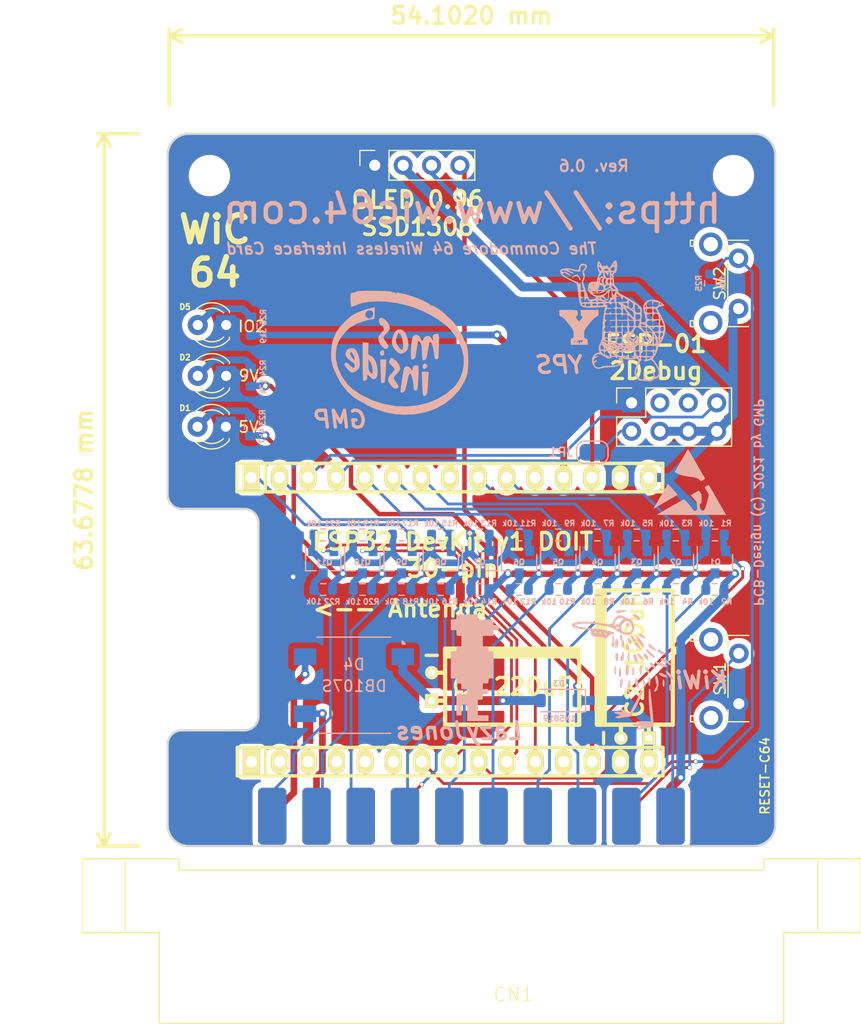
<source format=kicad_pcb>
(kicad_pcb (version 20240108) (generator "pcbnew") (generator_version "8.0")
  (title_block (title "WiC64 Plugin") (date "2021-03-26") (rev "v0.6") (comment 1 "(C) 2021 by GMP"))
  (layers (0 "F.Cu" signal) (31 "B.Cu" signal) (36 "B.SilkS" user "B.Silkscreen") (37 "F.SilkS" user "F.Silkscreen") (38 "B.Mask" user) (39 "F.Mask" user) (44 "Edge.Cuts" user))
  (net 0 "")
  (net 1 "GND")
  (net 2 "+5V")
  (net 3 "Net-(D3-A)")
  (net 4 "/IO16")
  (net 5 "/IO17")
  (net 6 "/IO18")
  (net 7 "/IO19")
  (net 8 "/VIN")
  (net 9 "/IO21")
  (net 10 "/IO22")
  (net 11 "/IO23")
  (net 12 "/IO25")
  (net 13 "/IO27")
  (net 14 "/IO26")
  (net 15 "/IO14")
  (net 16 "Net-(CN1-RESET)")
  (net 17 "/PC2")
  (net 20 "/FLAG2")
  (net 21 "/PB0")
  (net 22 "/PB1")
  (net 23 "/PB2")
  (net 24 "/PB3")
  (net 25 "/PB4")
  (net 26 "/PB5")
  (net 27 "/PB6")
  (net 28 "/PB7")
  (net 29 "/PA2")
  (net 32 "/SDA")
  (net 33 "/SCL")
  (net 34 "/TX")
  (net 35 "/RX")
  (net 37 "/IO2")
  (net 38 "Net-(CN1-9VAC1)")
  (net 39 "/SW2C")
  (net 40 "/JP1C")
  (net 41 "Net-(CN1-9VAC2)")
  (net 42 "Net-(D1-A)")
  (net 43 "Net-(D2-A)")
  (net 44 "Net-(D5-A)")
  (net 45 "+3.3V")
  (footprint "cbm-connectors:UPS24CONN" (layer "F.Cu") (at 149.352 138.4808 180)
    (property "Reference" "CN1")
    (property "Value" "USERPORT-C64" (hide yes))
  )
  (footprint "LED_THT:LED_D3.0mm" (layer "F.Cu") (at 127.4064 97.8408 180)
    (property "Reference" "D2")
    (property "Value" "9V")
  )
  (footprint "LED_THT:LED_D3.0mm" (layer "F.Cu") (at 127.381 102.3874 180)
    (property "Reference" "D1")
    (property "Value" "5V")
  )
  (footprint "w_capacitors:CP_6.3x11mm_horiz-R" (layer "F.Cu") (at 163.977 130.2258 90)
    (property "Reference" "C2")
    (property "Value" "100uF")
  )
  (footprint "Button_Switch_THT:SW_Tactile_SPST_Angled_PTS645Vx58-2LFS" (layer "F.Cu") (at 173.2788 122.6566 -90)
    (property "Reference" "SW1")
    (property "Value" "RESET-C64")
  )
  (footprint "w_capacitors:CP_6.3x11mm_horiz-R" (layer "F.Cu") (at 145.796 125.6284)
    (property "Reference" "C1")
    (property "Value" "220uF")
  )
  (footprint "Button_Switch_THT:SW_Tactile_SPST_Angled_PTS645Vx58-2LFS" (layer "F.Cu") (at 173.2534 87.3252 -90)
    (property "Reference" "SW2")
    (property "Value" "Function")
  )
  (footprint "MountingHole:MountingHole_3.2mm_M3_ISO7380" (layer "F.Cu") (at 172.7962 79.9338)
    (property "Reference" "H2")
    (property "Value" "MountingHole")
  )
  (footprint "MountingHole:MountingHole_3.2mm_M3_ISO7380" (layer "F.Cu") (at 125.9078 79.9338)
    (property "Reference" "H1")
    (property "Value" "MountingHole")
  )
  (footprint "w_pin_strip:pin_socket_15" (layer "F.Cu") (at 147.447 132.334)
    (property "Reference" "XU1-1")
    (property "Value" "Conn_01x15_Female" (hide yes))
  )
  (footprint "w_pin_strip:pin_socket_15" (layer "F.Cu") (at 147.4216 106.934)
    (property "Reference" "XU1-2")
    (property "Value" "Conn_01x15_Female" (hide yes))
  )
  (footprint "LED_THT:LED_D3.0mm" (layer "F.Cu") (at 127.4064 93.2942 180)
    (property "Reference" "D5")
    (property "Value" "IO2")
  )
  (footprint "Connector_PinSocket_2.54mm:PinSocket_1x04_P2.54mm_Vertical" (layer "F.Cu") (at 140.7028 79.0112 90)
    (property "Reference" "XBrd1")
    (property "Value" "Conn_01x04_Female")
  )
  (footprint "Connector_PinSocket_2.54mm:PinSocket_2x04_P2.54mm_Vertical" (layer "F.Cu") (at 163.6776 100.2538 90)
    (property "Reference" "XU2")
    (property "Value" "HEADER_4x2")
  )
  (footprint "Diode_SMD:D_SOD-123" (layer "B.Cu") (at 157.2006 126.873 180)
    (property "Reference" "D3")
    (property "Value" "1N5819")
  )
  (footprint "Diode_SMD:Diode_Bridge_Diotec_SO-DIL-Slim" (layer "B.Cu") (at 138.8364 125.5014 180)
    (property "Reference" "D4")
    (property "Value" "DB107S")
  )
  (footprint "Resistor_SMD:R_0603_1608Metric" (layer "B.Cu") (at 129.5654 102.3874 90)
    (property "Reference" "R23")
    (property "Value" "4k7")
  )
  (footprint "Resistor_SMD:R_0603_1608Metric" (layer "B.Cu") (at 129.6162 97.9424 90)
    (property "Reference" "R24")
    (property "Value" "12k")
  )
  (footprint "Resistor_SMD:R_0603_1608Metric" (layer "B.Cu") (at 164.1348 116.9416 180)
    (property "Reference" "R6")
    (property "Value" "10k")
  )
  (footprint "Package_TO_SOT_SMD:SOT-23" (layer "B.Cu") (at 167.64 114.5032 -90)
    (property "Reference" "Q2")
    (property "Value" "BSS138")
  )
  (footprint "Resistor_SMD:R_0603_1608Metric" (layer "B.Cu") (at 143.1036 112.0648)
    (property "Reference" "R17")
    (property "Value" "10k")
  )
  (footprint "Package_TO_SOT_SMD:SOT-23" (layer "B.Cu") (at 136.0932 114.5032 -90)
    (property "Reference" "Q11")
    (property "Value" "BSS138")
  )
  (footprint "Package_TO_SOT_SMD:SOT-23" (layer "B.Cu") (at 171.1452 114.5032 -90)
    (property "Reference" "Q1")
    (property "Value" "BSS138")
  )
  (footprint "Resistor_SMD:R_0603_1608Metric" (layer "B.Cu") (at 153.6192 116.9416 180)
    (property "Reference" "R12")
    (property "Value" "10k")
  )
  (footprint "Resistor_SMD:R_0603_1608Metric" (layer "B.Cu") (at 143.1036 116.9416 180)
    (property "Reference" "R18")
    (property "Value" "10k")
  )
  (footprint "Package_TO_SOT_SMD:SOT-23" (layer "B.Cu") (at 164.1348 114.5032 -90)
    (property "Reference" "Q3")
    (property "Value" "BSS138")
  )
  (footprint "Package_TO_SOT_SMD:SOT-23" (layer "B.Cu") (at 150.114 114.5032 -90)
    (property "Reference" "Q7")
    (property "Value" "BSS138")
  )
  (footprint "Resistor_SMD:R_0603_1608Metric" (layer "B.Cu") (at 157.1244 116.9416 180)
    (property "Reference" "R10")
    (property "Value" "10k")
  )
  (footprint "Package_TO_SOT_SMD:SOT-23" (layer "B.Cu") (at 143.1036 114.5032 -90)
    (property "Reference" "Q9")
    (property "Value" "BSS138")
  )
  (footprint "Package_TO_SOT_SMD:SOT-23" (layer "B.Cu") (at 160.6296 114.5032 -90)
    (property "Reference" "Q4")
    (property "Value" "BSS138")
  )
  (footprint "Resistor_SMD:R_0603_1608Metric" (layer "B.Cu") (at 160.6296 112.0648)
    (property "Reference" "R7")
    (property "Value" "10k")
  )
  (footprint "Package_TO_SOT_SMD:SOT-23" (layer "B.Cu") (at 157.1244 114.5032 -90)
    (property "Reference" "Q5")
    (property "Value" "BSS138")
  )
  (footprint "Resistor_SMD:R_0603_1608Metric" (layer "B.Cu") (at 139.5984 116.9416 180)
    (property "Reference" "R20")
    (property "Value" "10k")
  )
  (footprint "Package_TO_SOT_SMD:SOT-23" (layer "B.Cu") (at 153.6192 114.5032 -90)
    (property "Reference" "Q6")
    (property "Value" "BSS138")
  )
  (footprint "Resistor_SMD:R_0603_1608Metric" (layer "B.Cu") (at 167.64 116.9416 180)
    (property "Reference" "R4")
    (property "Value" "10k")
  )
  (footprint "Package_TO_SOT_SMD:SOT-23" (layer "B.Cu") (at 146.6088 114.5032 -90)
    (property "Reference" "Q8")
    (property "Value" "BSS138")
  )
  (footprint "Resistor_SMD:R_0603_1608Metric" (layer "B.Cu") (at 164.1348 112.0648)
    (property "Reference" "R5")
    (property "Value" "10k")
  )
  (footprint "Resistor_SMD:R_0603_1608Metric" (layer "B.Cu") (at 136.0932 116.9416 180)
    (property "Reference" "R22")
    (property "Value" "10k")
  )
  (footprint "Resistor_SMD:R_0603_1608Metric" (layer "B.Cu") (at 160.6296 116.9416 180)
    (property "Reference" "R8")
    (property "Value" "10k")
  )
  (footprint "Resistor_SMD:R_0603_1608Metric" (layer "B.Cu") (at 153.6192 112.0648)
    (property "Reference" "R11")
    (property "Value" "10k")
  )
  (footprint "Resistor_SMD:R_0603_1608Metric" (layer "B.Cu") (at 171.1452 116.9416 180)
    (property "Reference" "R2")
    (property "Value" "10k")
  )
  (footprint "Resistor_SMD:R_0603_1608Metric" (layer "B.Cu") (at 146.6088 116.9416 180)
    (property "Reference" "R16")
    (property "Value" "10k")
  )
  (footprint "Resistor_SMD:R_0603_1608Metric" (layer "B.Cu") (at 139.5984 112.0648)
    (property "Reference" "R19")
    (property "Value" "10k")
  )
  (footprint "Resistor_SMD:R_0603_1608Metric" (layer "B.Cu") (at 167.64 112.0648)
    (property "Reference" "R3")
    (property "Value" "10k")
  )
  (footprint "Resistor_SMD:R_0603_1608Metric" (layer "B.Cu") (at 150.114 112.0648)
    (property "Reference" "R13")
    (property "Value" "10k")
  )
  (footprint "Resistor_SMD:R_0603_1608Metric" (layer "B.Cu") (at 157.1244 112.0648)
    (property "Reference" "R9")
    (property "Value" "10k")
  )
  (footprint "Resistor_SMD:R_0603_1608Metric" (layer "B.Cu") (at 171.1452 112.0648)
    (property "Reference" "R1")
    (property "Value" "10k")
  )
  (footprint "Resistor_SMD:R_0603_1608Metric" (layer "B.Cu") (at 146.6088 112.0648)
    (property "Reference" "R15")
    (property "Value" "10k")
  )
  (footprint "Resistor_SMD:R_0603_1608Metric" (layer "B.Cu") (at 136.0932 112.0648)
    (property "Reference" "R21")
    (property "Value" "10k")
  )
  (footprint "Package_TO_SOT_SMD:SOT-23" (layer "B.Cu") (at 139.5984 114.5032 -90)
    (property "Reference" "Q10")
    (property "Value" "BSS138")
  )
  (footprint "Resistor_SMD:R_0603_1608Metric" (layer "B.Cu") (at 150.114 116.9416 180)
    (property "Reference" "R14")
    (property "Value" "10k")
  )
  (footprint "Resistor_SMD:R_0603_1608Metric" (layer "B.Cu") (at 170.7388 89.5604 -90)
    (property "Reference" "R25")
    (property "Value" "10k")
  )
  (footprint "Jumper:SolderJumper-2_P1.3mm_Open_RoundedPad1.0x1.5mm" (layer "B.Cu") (at 160.1724 104.6734)
    (property "Reference" "JP1")
    (property "Value" "Jumper_Open")
  )
  (footprint "Resistor_SMD:R_0603_1608Metric" (layer "B.Cu") (at 129.6416 93.3958 90)
    (property "Reference" "R26")
    (property "Value" "3k9")
  )
  (footprint "Logo:GMP" (layer "B.Cu") (at 142.9004 95.7834 180)
    (property "Reference" "V1" (hide yes))
    (property "Value" "GMP" (hide yes))
  )
  (footprint "Logo:YPS2" (layer "B.Cu") (at 161.9885 92.9005 180)
    (property "Reference" "V2" (hide yes))
    (property "Value" "YPS" (hide yes))
  )
  (footprint "Logo:LazyJones2" (layer "B.Cu") (at 149.6695 123.9393 180)
    (property "Reference" "V3" (hide yes))
    (property "Value" "LazyJones" (hide yes))
  )
  (footprint "Logo:KiWi" (layer "B.Cu") (at 162.9029 124.1298 180)
    (property "Reference" "V4" (hide yes))
    (property "Value" "KiWi" (hide yes))
  )
  (footprint "Symbol:ESD-Logo_6.6x6mm_SilkScreen" (layer "B.Cu") (at 168.8846 107.315 180)
    (property "Reference" "V5" (hide yes))
    (property "Value" "ESD_WARN" (hide yes))
  )
  (gr_arc (start 174.498 76.2) (mid 175.975029 76.754971) (end 176.53 78.232) (stroke (width 0.2)) (layer "Edge.Cuts"))
  (gr_arc (start 122.174 78.105) (mid 122.731962 76.757962) (end 124.079 76.2) (stroke (width 0.2)) (layer "Edge.Cuts"))
  (gr_arc (start 124.079 139.8778) (mid 122.774645 139.362778) (end 122.174 138.095571) (stroke (width 0.2)) (layer "Edge.Cuts"))
  (gr_line (start 123.444 129.54) (end 129.032 129.538636) (stroke (width 0.2)) (layer "Edge.Cuts"))
  (gr_arc (start 122.174 130.80855) (mid 122.546487 129.911462) (end 123.444 129.54) (stroke (width 0.2)) (layer "Edge.Cuts"))
  (gr_arc (start 130.302 128.27) (mid 129.929543 129.167144) (end 129.032 129.538636) (stroke (width 0.2)) (layer "Edge.Cuts"))
  (gr_arc (start 129.032 109.728) (mid 129.930026 110.099974) (end 130.302 110.998) (stroke (width 0.2)) (layer "Edge.Cuts"))
  (gr_arc (start 123.444 109.728) (mid 122.545974 109.356026) (end 122.174 108.458) (stroke (width 0.2)) (layer "Edge.Cuts"))
  (gr_line (start 124.079 139.8778) (end 174.625 139.8778) (stroke (width 0.2)) (layer "Edge.Cuts"))
  (gr_line (start 123.444 109.728) (end 129.032 109.728) (stroke (width 0.2)) (layer "Edge.Cuts"))
  (gr_line (start 122.174 78.105) (end 122.174 108.458) (stroke (width 0.2)) (layer "Edge.Cuts"))
  (gr_line (start 124.079 76.2) (end 174.498 76.2) (stroke (width 0.2)) (layer "Edge.Cuts"))
  (gr_line (start 176.53 78.232) (end 176.53 137.9728) (stroke (width 0.2)) (layer "Edge.Cuts"))
  (gr_line (start 130.302 110.998) (end 130.302 128.27) (stroke (width 0.2)) (layer "Edge.Cuts"))
  (gr_arc (start 176.53 137.9728) (mid 175.972038 139.319838) (end 174.625 139.8778) (stroke (width 0.2)) (layer "Edge.Cuts"))
  (gr_line (start 122.174 130.81) (end 122.174 138.095571) (stroke (width 0.2)) (layer "Edge.Cuts"))
  (gr_text "YPS" (at 157.3022 96.8502 0) (layer "B.SilkS") (effects (font (size 1.5 1.5) (thickness 0.3) (italic yes)) (justify mirror)))
  (gr_text "GMP" (at 137.668 101.7397 0) (layer "B.SilkS") (effects (font (size 1.5 1.5) (thickness 0.3) (italic yes)) (justify mirror)))
  (gr_text "Rev. 0.6" (at 160.2994 79.0702 0) (layer "B.SilkS") (effects (font (size 1 1) (thickness 0.2)) (justify mirror)))
  (gr_text "LazyJones" (at 148.2852 129.5908 0) (layer "B.SilkS") (effects (font (size 1.5 1.5) (thickness 0.3) (italic yes)) (justify mirror)))
  (gr_text "The Commodore 64 Wireless Interface Card" (at 144.0434 86.4616 0) (layer "B.SilkS") (effects (font (size 1 1) (thickness 0.2) (italic yes)) (justify mirror)))
  (gr_text "https://www.wic64.com\n" (at 149.4028 82.931 0) (layer "B.SilkS") (effects (font (size 2.5 2.5) (thickness 0.4)) (justify mirror)))
  (gr_text "PCB-Design (C) 2021 by GMP" (at 175.0314 109.1438 270) (layer "B.SilkS") (effects (font (size 0.8 0.8)) (justify mirror)))
  (gr_text "KiWi" (at 170.0022 125.0569 0) (layer "B.SilkS") (effects (font (size 1.5 1.5) (thickness 0.3) (italic yes)) (justify mirror)))
  (gr_text "WiC\n64" (at 126.3904 86.6902 0) (layer "F.SilkS") (effects (font (size 2.4 2.4) (thickness 0.5))))
  (gr_text "ESP32 DevKit v1 DOIT\n30-pin" (at 147.6756 113.8682 0) (layer "F.SilkS") (effects (font (size 1.5 1.5) (thickness 0.3))))
  (gr_text "ESP-01\n2Debug" (at 165.862 96.1898 0) (layer "F.SilkS") (effects (font (size 1.5 1.5) (thickness 0.3))))
  (gr_text "OLED 0.96\nSSD1306" (at 144.5514 83.312 0) (layer "F.SilkS") (effects (font (size 1.5 1.5) (thickness 0.3))))
  (gr_text "<-- Antenna" (at 142.9766 118.6434 0) (layer "F.SilkS") (effects (font (size 1.5 1.5) (thickness 0.3))))
  (dimension (type aligned) (layer "F.SilkS") (pts (xy 176.403 73.66) (xy 122.301 73.66)) (height 6.223) (gr_text "54.1020 mm" (at 149.352 65.637 0) (layer "F.SilkS") (effects (font (size 1.5 1.5) (thickness 0.3)))) (format (prefix "") (suffix "") (units 2) (units_format 1) (precision 4)) (style (thickness 0.3) (arrow_length 1.27) (text_position_mode 0) (extension_height 0.58642) (extension_offset 0) keep_text_aligned))
  (dimension (type aligned) (layer "F.SilkS") (pts (xy 119.634 139.8778) (xy 119.634 76.2)) (height -3.1496) (gr_text "63.6778 mm" (at 114.6844 108.0389 90) (layer "F.SilkS") (effects (font (size 1.5 1.5) (thickness 0.3)))) (format (prefix "") (suffix "") (units 2) (units_format 1) (precision 4)) (style (thickness 0.3) (arrow_length 1.27) (text_position_mode 0) (extension_height 0.58642) (extension_offset 0) keep_text_aligned))
  (via (at 133.4008 115.8113) (size 0.8) (drill 0.4) (layers "F.Cu" "B.Cu") (net 1))
  (segment (start 169.3926 115.5192) (end 172.8978 115.5192) (width 0.6) (layer "F.Cu") (net 2))
  (segment (start 133.457001 105.745601) (end 131.286199 103.574799) (width 0.4) (layer "F.Cu") (net 2))
  (segment (start 137.8458 115.5192) (end 137.237198 115.5192) (width 0.4) (layer "F.Cu") (net 2))
  (segment (start 162.3822 115.5192) (end 165.8874 115.5192) (width 0.6) (layer "F.Cu") (net 2))
  (segment (start 131.286199 103.574799) (end 130.8862 103.1748) (width 0.4) (layer "F.Cu") (net 2))
  (segment (start 167.1708 137.033) (end 167.1708 134.6712) (width 0.8) (layer "F.Cu") (net 2))
  (segment (start 148.3614 115.5192) (end 148.3614 118.237) (width 0.8) (layer "F.Cu") (net 2))
  (segment (start 133.457001 111.739003) (end 133.457001 105.745601) (width 0.4) (layer "F.Cu") (net 2))
  (segment (start 137.8458 115.5192) (end 141.351 115.5192) (width 0.6) (layer "F.Cu") (net 2))
  (segment (start 165.8874 115.5192) (end 169.3926 115.5192) (width 0.6) (layer "F.Cu") (net 2))
  (segment (start 155.3718 115.5192) (end 152.619134 115.5192) (width 0.6) (layer "F.Cu") (net 2))
  (segment (start 148.3614 118.237) (end 148.996403 118.872003) (width 0.8) (layer "F.Cu") (net 2))
  (segment (start 137.237198 115.5192) (end 133.457001 111.739003) (width 0.4) (layer "F.Cu") (net 2))
  (segment (start 158.877 115.5192) (end 162.3822 115.5192) (width 0.6) (layer "F.Cu") (net 2))
  (segment (start 144.8562 115.5192) (end 148.3614 115.5192) (width 0.6) (layer "F.Cu") (net 2))
  (segment (start 155.3718 115.5192) (end 158.877 115.5192) (width 0.6) (layer "F.Cu") (net 2))
  (segment (start 141.351 115.5192) (end 144.8562 115.5192) (width 0.6) (layer "F.Cu") (net 2))
  (segment (start 167.1708 134.6712) (end 168.0856 133.7564) (width 0.8) (layer "F.Cu") (net 2))
  (via (at 158.877 115.5192) (size 0.8) (drill 0.4) (layers "F.Cu" "B.Cu") (net 2))
  (via (at 137.8458 115.5192) (size 0.8) (drill 0.4) (layers "F.Cu" "B.Cu") (net 2))
  (via (at 162.3822 115.5192) (size 0.8) (drill 0.4) (layers "F.Cu" "B.Cu") (net 2))
  (via (at 168.0856 133.7564) (size 0.8) (drill 0.4) (layers "F.Cu" "B.Cu") (net 2))
  (via (at 148.996403 118.872003) (size 0.8) (drill 0.4) (layers "F.Cu" "B.Cu") (net 2))
  (via (at 148.3614 115.5192) (size 0.8) (drill 0.4) (layers "F.Cu" "B.Cu") (net 2))
  (via (at 152.619134 115.5192) (size 0.8) (drill 0.4) (layers "F.Cu" "B.Cu") (net 2))
  (via (at 169.3926 115.5192) (size 0.8) (drill 0.4) (layers "F.Cu" "B.Cu") (net 2))
  (via (at 172.8978 115.5192) (size 0.8) (drill 0.4) (layers "F.Cu" "B.Cu") (net 2))
  (via (at 144.8562 115.5192) (size 0.8) (drill 0.4) (layers "F.Cu" "B.Cu") (net 2))
  (via (at 155.3718 115.5192) (size 0.8) (drill 0.4) (layers "F.Cu" "B.Cu") (net 2))
  (via (at 130.8862 103.1748) (size 0.8) (drill 0.4) (layers "F.Cu" "B.Cu") (net 2))
  (via (at 165.8874 115.5192) (size 0.8) (drill 0.4) (layers "F.Cu" "B.Cu") (net 2))
  (via (at 141.351 115.5192) (size 0.8) (drill 0.4) (layers "F.Cu" "B.Cu") (net 2))
  (segment (start 136.8807 116.9416) (end 136.8807 116.4843) (width 0.6) (layer "B.Cu") (net 2))
  (segment (start 150.9015 116.9416) (end 151.196734 116.9416) (width 0.6) (layer "B.Cu") (net 2))
  (segment (start 154.4067 116.9416) (end 154.4067 116.4843) (width 0.6) (layer "B.Cu") (net 2))
  (segment (start 168.0856 133.7564) (end 168.0856 121.4236) (width 0.8) (layer "B.Cu") (net 2))
  (segment (start 140.3859 116.9416) (end 140.3859 116.4843) (width 0.6) (layer "B.Cu") (net 2))
  (segment (start 148.996403 118.872003) (end 149.562088 118.872003) (width 0.8) (layer "B.Cu") (net 2))
  (segment (start 171.9327 116.4843) (end 172.8978 115.5192) (width 0.6) (layer "B.Cu") (net 2))
  (segment (start 136.8807 116.4843) (end 137.8458 115.5192) (width 0.6) (layer "B.Cu") (net 2))
  (segment (start 130.8862 103.1748) (end 129.5655 103.1748) (width 0.6) (layer "B.Cu") (net 2))
  (segment (start 171.9327 116.9416) (end 171.9327 116.4843) (width 0.6) (layer "B.Cu") (net 2))
  (segment (start 157.9119 116.4843) (end 158.877 115.5192) (width 0.6) (layer "B.Cu") (net 2))
  (segment (start 149.562088 118.872003) (end 150.9015 117.532591) (width 0.8) (layer "B.Cu") (net 2))
  (segment (start 168.4275 116.9416) (end 168.4275 116.4843) (width 0.6) (layer "B.Cu") (net 2))
  (segment (start 164.9223 116.9416) (end 164.9223 116.4843) (width 0.6) (layer "B.Cu") (net 2))
  (segment (start 168.0856 121.4236) (end 171.9327 117.5765) (width 0.8) (layer "B.Cu") (net 2))
  (segment (start 171.9327 117.5166) (end 171.9327 116.9416) (width 0.8) (layer "B.Cu") (net 2))
  (segment (start 129.5655 103.1748) (end 129.5654 103.1749) (width 0.6) (layer "B.Cu") (net 2))
  (segment (start 161.4171 116.9416) (end 161.4171 116.4843) (width 0.6) (layer "B.Cu") (net 2))
  (segment (start 164.9223 116.4843) (end 165.8874 115.5192) (width 0.6) (layer "B.Cu") (net 2))
  (segment (start 150.9015 117.532591) (end 150.9015 117.5166) (width 0.8) (layer "B.Cu") (net 2))
  (segment (start 154.4067 116.4843) (end 155.3718 115.5192) (width 0.6) (layer "B.Cu") (net 2))
  (segment (start 147.3963 116.4843) (end 148.3614 115.5192) (width 0.6) (layer "B.Cu") (net 2))
  (segment (start 168.4275 116.4843) (end 169.3926 115.5192) (width 0.6) (layer "B.Cu") (net 2))
  (segment (start 140.3859 116.4843) (end 141.351 115.5192) (width 0.6) (layer "B.Cu") (net 2))
  (segment (start 143.8911 116.9416) (end 143.8911 116.4843) (width 0.6) (layer "B.Cu") (net 2))
  (segment (start 171.9327 117.5765) (end 171.9327 117.5166) (width 0.8) (layer "B.Cu") (net 2))
  (segment (start 151.196734 116.9416) (end 152.619134 115.5192) (width 0.6) (layer "B.Cu") (net 2))
  (segment (start 157.9119 116.9416) (end 157.9119 116.4843) (width 0.6) (layer "B.Cu") (net 2))
  (segment (start 143.8911 116.4843) (end 144.8562 115.5192) (width 0.6) (layer "B.Cu") (net 2))
  (segment (start 161.4171 116.4843) (end 162.3822 115.5192) (width 0.6) (layer "B.Cu") (net 2))
  (segment (start 150.9015 117.5166) (end 150.9015 116.9416) (width 0.8) (layer "B.Cu") (net 2))
  (segment (start 147.3963 116.9416) (end 147.3963 116.4843) (width 0.6) (layer "B.Cu") (net 2))
  (segment (start 147.1898 126.8784) (end 152.1714 126.8784) (width 0.8) (layer "F.Cu") (net 3))
  (segment (start 145.7898 126.8784) (end 147.1898 126.8784) (width 0.8) (layer "F.Cu") (net 3))
  (via (at 152.1714 126.8784) (size 0.8) (drill 0.4) (layers "F.Cu" "B.Cu") (net 3))
  (segment (start 152.1768 126.873) (end 152.1714 126.8784) (width 0.8) (layer "B.Cu") (net 3))
  (segment (start 143.2064 124.295) (end 145.7898 126.8784) (width 0.8) (layer "B.Cu") (net 3))
  (segment (start 143.2064 122.9514) (end 143.2064 124.295) (width 0.8) (layer "B.Cu") (net 3))
  (segment (start 155.5506 126.873) (end 152.1768 126.873) (width 0.8) (layer "B.Cu") (net 3))
  (segment (start 154.591346 108.35883) (end 155.491854 108.35883) (width 0.25) (layer "B.Cu") (net 4))
  (segment (start 168.4275 112.0648) (end 168.4275 113.3407) (width 0.6) (layer "B.Cu") (net 4))
  (segment (start 159.668916 108.3564) (end 159.671346 108.35883) (width 0.25) (layer "B.Cu") (net 4))
  (segment (start 155.491854 108.35883) (end 155.494284 108.3564) (width 0.25) (layer "B.Cu") (net 4))
  (segment (start 164.7191 108.3564) (end 167.965888 111.603188) (width 0.25) (layer "B.Cu") (net 4))
  (segment (start 167.965888 111.603188) (end 168.4275 112.0648) (width 0.25) (layer "B.Cu") (net 4))
  (segment (start 158.031854 108.35883) (end 158.034284 108.3564) (width 0.25) (layer "B.Cu") (net 4))
  (segment (start 163.111854 108.35883) (end 163.114284 108.3564) (width 0.25) (layer "B.Cu") (net 4))
  (segment (start 153.9494 108.3564) (end 154.588916 108.3564) (width 0.25) (layer "B.Cu") (net 4))
  (segment (start 152.527 106.934) (end 153.9494 108.3564) (width 0.25) (layer "B.Cu") (net 4))
  (segment (start 157.131346 108.35883) (end 158.031854 108.35883) (width 0.25) (layer "B.Cu") (net 4))
  (segment (start 158.034284 108.3564) (end 159.668916 108.3564) (width 0.25) (layer "B.Cu") (net 4))
  (segment (start 160.574284 108.3564) (end 162.208916 108.3564) (width 0.25) (layer "B.Cu") (net 4))
  (segment (start 168.4275 113.3407) (end 168.59 113.5032) (width 0.6) (layer "B.Cu") (net 4))
  (segment (start 154.588916 108.3564) (end 154.591346 108.35883) (width 0.25) (layer "B.Cu") (net 4))
  (segment (start 157.128916 108.3564) (end 157.131346 108.35883) (width 0.25) (layer "B.Cu") (net 4))
  (segment (start 163.114284 108.3564) (end 164.7191 108.3564) (width 0.25) (layer "B.Cu") (net 4))
  (segment (start 160.571854 108.35883) (end 160.574284 108.3564) (width 0.25) (layer "B.Cu") (net 4))
  (segment (start 155.494284 108.3564) (end 157.128916 108.3564) (width 0.25) (layer "B.Cu") (net 4))
  (segment (start 162.211346 108.35883) (end 163.111854 108.35883) (width 0.25) (layer "B.Cu") (net 4))
  (segment (start 162.208916 108.3564) (end 162.211346 108.35883) (width 0.25) (layer "B.Cu") (net 4))
  (segment (start 159.671346 108.35883) (end 160.571854 108.35883) (width 0.25) (layer "B.Cu") (net 4))
  (segment (start 164.9223 113.3407) (end 165.0848 113.5032) (width 0.6) (layer "B.Cu") (net 5))
  (segment (start 151.8666 108.8136) (end 161.6711 108.8136) (width 0.25) (layer "B.Cu") (net 5))
  (segment (start 161.6711 108.8136) (end 164.460688 111.603188) (width 0.25) (layer "B.Cu") (net 5))
  (segment (start 164.460688 111.603188) (end 164.9223 112.0648) (width 0.25) (layer "B.Cu") (net 5))
  (segment (start 149.987 106.934) (end 151.8666 108.8136) (width 0.25) (layer "B.Cu") (net 5))
  (segment (start 164.9223 112.0648) (end 164.9223 113.3407) (width 0.6) (layer "B.Cu") (net 5))
  (segment (start 147.2692 109.2962) (end 158.6485 109.2962) (width 0.25) (layer "B.Cu") (net 6))
  (segment (start 161.4171 112.0648) (end 161.4171 113.3407) (width 0.6) (layer "B.Cu") (net 6))
  (segment (start 144.907 106.934) (end 147.2692 109.2962) (width 0.25) (layer "B.Cu") (net 6))
  (segment (start 161.4171 113.3407) (end 161.5796 113.5032) (width 0.6) (layer "B.Cu") (net 6))
  (segment (start 160.955488 111.603188) (end 161.4171 112.0648) (width 0.25) (layer "B.Cu") (net 6))
  (segment (start 158.6485 109.2962) (end 160.955488 111.603188) (width 0.25) (layer "B.Cu") (net 6))
  (segment (start 157.450288 111.603188) (end 157.9119 112.0648) (width 0.25) (layer "B.Cu") (net 7))
  (segment (start 157.9119 113.3407) (end 158.0744 113.5032) (width 0.6) (layer "B.Cu") (net 7))
  (segment (start 157.9119 112.0648) (end 157.9119 113.3407) (width 0.6) (layer "B.Cu") (net 7))
  (segment (start 145.1864 109.7534) (end 155.6005 109.7534) (width 0.25) (layer "B.Cu") (net 7))
  (segment (start 155.6005 109.7534) (end 157.450288 111.603188) (width 0.25) (layer "B.Cu") (net 7))
  (segment (start 142.367 106.934) (end 145.1864 109.7534) (width 0.25) (layer "B.Cu") (net 7))
  (segment (start 150.714001 116.874316) (end 150.714001 113.199199) (width 0.4) (layer "F.Cu") (net 8))
  (segment (start 158.8516 125.011915) (end 150.714001 116.874316) (width 0.4) (layer "F.Cu") (net 8))
  (segment (start 138.576999 105.937999) (end 131.3688 98.7298) (width 0.4) (layer "F.Cu") (net 8))
  (segment (start 147.712702 110.1979) (end 141.0843 110.1979) (width 0.4) (layer "F.Cu") (net 8))
  (segment (start 158.8516 125.5776) (end 158.8516 125.011915) (width 0.4) (layer "F.Cu") (net 8))
  (segment (start 131.3688 98.7298) (end 130.9116 98.7298) (width 0.4) (layer "F.Cu") (net 8))
  (segment (start 165.207 132.314) (end 165.227 132.334) (width 0.8) (layer "F.Cu") (net 8))
  (segment (start 150.714001 113.199199) (end 147.712702 110.1979) (width 0.4) (layer "F.Cu") (net 8))
  (segment (start 138.576999 107.690599) (end 138.576999 105.937999) (width 0.4) (layer "F.Cu") (net 8))
  (segment (start 141.0843 110.1979) (end 138.576999 107.690599) (width 0.4) (layer "F.Cu") (net 8))
  (via (at 158.8516 125.5776) (size 0.8) (drill 0.4) (layers "F.Cu" "B.Cu") (net 8))
  (via (at 130.9116 98.7298) (size 0.8) (drill 0.4) (layers "F.Cu" "B.Cu") (net 8))
  (segment (start 158.8506 126.873) (end 163.1972 126.873) (width 0.8) (layer "B.Cu") (net 8))
  (segment (start 163.1972 126.873) (end 165.207 128.8828) (width 0.8) (layer "B.Cu") (net 8))
  (segment (start 165.207 128.8828) (end 165.207 130.2828) (width 0.8) (layer "B.Cu") (net 8))
  (segment (start 158.8516 125.5776) (end 158.8516 126.872) (width 0.6) (layer "B.Cu") (net 8))
  (segment (start 158.8516 126.872) (end 158.8506 126.873) (width 0.6) (layer "B.Cu") (net 8))
  (segment (start 130.9116 98.7298) (end 129.6163 98.7298) (width 0.6) (layer "B.Cu") (net 8))
  (segment (start 129.6163 98.7298) (end 129.6162 98.7299) (width 0.6) (layer "B.Cu") (net 8))
  (segment (start 165.207 130.2828) (end 165.207 132.314) (width 0.8) (layer "B.Cu") (net 8))
  (segment (start 165.207 132.314) (end 165.227 132.334) (width 0.8) (layer "B.Cu") (net 8))
  (segment (start 139.827 106.934) (end 143.1036 110.2106) (width 0.25) (layer "B.Cu") (net 9))
  (segment (start 154.4067 112.0648) (end 154.4067 113.3407) (width 0.6) (layer "B.Cu") (net 9))
  (segment (start 153.945088 111.603188) (end 154.4067 112.0648) (width 0.25) (layer "B.Cu") (net 9))
  (segment (start 152.5525 110.2106) (end 153.945088 111.603188) (width 0.25) (layer "B.Cu") (net 9))
  (segment (start 154.4067 113.3407) (end 154.5692 113.5032) (width 0.6) (layer "B.Cu") (net 9))
  (segment (start 143.1036 110.2106) (end 152.5525 110.2106) (width 0.25) (layer "B.Cu") (net 9))
  (segment (start 147.3963 113.3407) (end 147.5588 113.5032) (width 0.6) (layer "B.Cu") (net 10))
  (segment (start 146.934688 111.603188) (end 147.3963 112.0648) (width 0.25) (layer "B.Cu") (net 10))
  (segment (start 135.9662 110.6932) (end 146.0247 110.6932) (width 0.25) (layer "B.Cu") (net 10))
  (segment (start 147.3963 112.0648) (end 147.3963 113.3407) (width 0.6) (layer "B.Cu") (net 10))
  (segment (start 146.0247 110.6932) (end 146.934688 111.603188) (width 0.25) (layer "B.Cu") (net 10))
  (segment (start 132.207 106.934) (end 135.9662 110.6932) (width 0.25) (layer "B.Cu") (net 10))
  (segment (start 134.4422 111.1504) (end 142.9767 111.1504) (width 0.25) (layer "B.Cu") (net 11))
  (segment (start 130.2258 106.934) (end 134.4422 111.1504) (width 0.25) (layer "B.Cu") (net 11))
  (segment (start 143.429488 111.603188) (end 143.8911 112.0648) (width 0.25) (layer "B.Cu") (net 11))
  (segment (start 143.8911 113.3407) (end 144.0536 113.5032) (width 0.6) (layer "B.Cu") (net 11))
  (segment (start 143.8911 112.0648) (end 143.8911 113.3407) (width 0.6) (layer "B.Cu") (net 11))
  (segment (start 142.9767 111.1504) (end 143.429488 111.603188) (width 0.25) (layer "B.Cu") (net 11))
  (segment (start 129.667 106.934) (end 130.2258 106.934) (width 0.25) (layer "B.Cu") (net 11))
  (segment (start 152.9334 129.032) (end 152.9334 121.6152) (width 0.25) (layer "F.Cu") (net 12))
  (segment (start 149.1488 117.8306) (end 149.1488 115.0874) (width 0.25) (layer "F.Cu") (net 12))
  (segment (start 151.13 130.8354) (end 152.9334 129.032) (width 0.25) (layer "F.Cu") (net 12))
  (segment (start 147.447 132.334) (end 148.9456 130.8354) (width 0.25) (layer "F.Cu") (net 12))
  (segment (start 152.9334 121.6152) (end 149.1488 117.8306) (width 0.25) (layer "F.Cu") (net 12))
  (segment (start 148.9456 130.8354) (end 151.13 130.8354) (width 0.25) (layer "F.Cu") (net 12))
  (segment (start 147.5486 113.4872) (end 139.881242 113.4872) (width 0.25) (layer "F.Cu") (net 12))
  (segment (start 139.881242 113.4872) (end 139.5984 113.4872) (width 0.25) (layer "F.Cu") (net 12))
  (segment (start 149.1488 115.0874) (end 147.5486 113.4872) (width 0.25) (layer "F.Cu") (net 12))
  (via (at 139.5984 113.4872) (size 0.4) (drill 0.3) (layers "F.Cu" "B.Cu") (net 12))
  (segment (start 140.5324 113.4872) (end 140.5484 113.5032) (width 0.25) (layer "B.Cu") (net 12))
  (segment (start 139.5984 113.4872) (end 140.5324 113.4872) (width 0.25) (layer "B.Cu") (net 12))
  (segment (start 140.3859 113.3407) (end 140.5484 113.5032) (width 0.6) (layer "B.Cu") (net 12))
  (segment (start 140.3859 112.0648) (end 140.3859 113.3407) (width 0.6) (layer "B.Cu") (net 12))
  (segment (start 136.618201 112.962199) (end 136.293199 113.287201) (width 0.25) (layer "F.Cu") (net 13))
  (segment (start 153.416 131.445) (end 153.416 121.4374) (width 0.25) (layer "F.Cu") (net 13))
  (segment (start 147.660009 112.962199) (end 136.618201 112.962199) (width 0.25) (layer "F.Cu") (net 13))
  (segment (start 149.598809 114.900999) (end 147.660009 112.962199) (width 0.25) (layer "F.Cu") (net 13))
  (segment (start 152.527 132.334) (end 153.416 131.445) (width 0.25) (layer "F.Cu") (net 13))
  (segment (start 136.293199 113.287201) (end 136.0932 113.4872) (width 0.25) (layer "F.Cu") (net 13))
  (segment (start 153.416 121.4374) (end 149.598809 117.620209) (width 0.25) (layer "F.Cu") (net 13))
  (segment (start 149.598809 117.620209) (end 149.598809 114.900999) (width 0.25) (layer "F.Cu") (net 13))
  (via (at 136.0932 113.4872) (size 0.4) (drill 0.3) (layers "F.Cu" "B.Cu") (net 13))
  (segment (start 136.0932 113.4872) (end 137.0272 113.4872) (width 0.25) (layer "B.Cu") (net 13))
  (segment (start 136.8807 113.3407) (end 137.0432 113.5032) (width 0.6) (layer "B.Cu") (net 13))
  (segment (start 136.8807 112.0648) (end 136.8807 113.3407) (width 0.6) (layer "B.Cu") (net 13))
  (segment (start 137.0272 113.4872) (end 137.0432 113.5032) (width 0.25) (layer "B.Cu") (net 13))
  (segment (start 161.4424 128.047602) (end 173.622801 115.867201) (width 0.25) (layer "F.Cu") (net 14))
  (segment (start 160.6804 133.8072) (end 161.4424 133.0452) (width 0.25) (layer "F.Cu") (net 14))
  (segment (start 151.4602 133.8072) (end 160.6804 133.8072) (width 0.25) (layer "F.Cu") (net 14))
  (segment (start 149.987 132.334) (end 151.4602 133.8072) (width 0.25) (layer "F.Cu") (net 14))
  (segment (start 161.4424 133.0452) (end 161.4424 128.047602) (width 0.25) (layer "F.Cu") (net 14))
  (segment (start 173.622801 115.867201) (end 173.622801 115.080801) (width 0.25) (layer "F.Cu") (net 14))
  (via (at 173.622801 115.080801) (size 0.4) (drill 0.3) (layers "F.Cu" "B.Cu") (net 14))
  (segment (start 171.9327 112.0648) (end 171.9327 113.3407) (width 0.6) (layer "B.Cu") (net 14))
  (segment (start 173.622801 115.080801) (end 172.0952 113.5532) (width 0.25) (layer "B.Cu") (net 14))
  (segment (start 171.9327 113.3407) (end 172.0952 113.5032) (width 0.6) (layer "B.Cu") (net 14))
  (segment (start 172.0952 113.5532) (end 172.0952 113.5032) (width 0.25) (layer "B.Cu") (net 14))
  (segment (start 150.114 117.475) (end 150.114 113.4872) (width 0.25) (layer "F.Cu") (net 15))
  (segment (start 155.067 132.334) (end 155.067 122.428) (width 0.25) (layer "F.Cu") (net 15))
  (segment (start 155.067 122.428) (end 150.114 117.475) (width 0.25) (layer "F.Cu") (net 15))
  (via (at 150.114 113.4872) (size 0.4) (drill 0.3) (layers "F.Cu" "B.Cu") (net 15))
  (segment (start 151.048 113.4872) (end 151.064 113.5032) (width 0.25) (layer "B.Cu") (net 15))
  (segment (start 150.9015 113.3407) (end 151.064 113.5032) (width 0.6) (layer "B.Cu") (net 15))
  (segment (start 150.9015 112.0648) (end 150.9015 113.3407) (width 0.6) (layer "B.Cu") (net 15))
  (segment (start 150.114 113.4872) (end 151.048 113.4872) (width 0.25) (layer "B.Cu") (net 15))
  (segment (start 163.2108 137.033) (end 167.3764 132.8674) (width 0.25) (layer "F.Cu") (net 16))
  (segment (start 167.3764 132.8674) (end 168.602758 132.8674) (width 0.25) (layer "F.Cu") (net 16))
  (segment (start 168.602758 132.8674) (end 168.8856 132.8674) (width 0.25) (layer "F.Cu") (net 16))
  (via (at 168.8856 132.8674) (size 0.4) (drill 0.3) (layers "F.Cu" "B.Cu") (net 16))
  (segment (start 168.8856 132.8674) (end 168.8856 127.0498) (width 0.25) (layer "B.Cu") (net 16))
  (segment (start 168.8856 127.0498) (end 173.2788 122.6566) (width 0.25) (layer "B.Cu") (net 16))
  (segment (start 144.907 134.366) (end 143.4108 135.8622) (width 0.25) (layer "F.Cu") (net 17))
  (segment (start 143.4108 135.8622) (end 143.4108 137.033) (width 0.25) (layer "F.Cu") (net 17))
  (via (at 144.907 134.366) (size 0.4) (drill 0.3) (layers "F.Cu" "B.Cu") (net 17))
  (segment (start 149.3265 116.9416) (end 149.3265 116.2907) (width 0.6) (layer "B.Cu") (net 17))
  (segment (start 147.7264 130.0734) (end 147.7264 119.1167) (width 0.25) (layer "B.Cu") (net 17))
  (segment (start 147.7264 119.1167) (end 149.3265 117.5166) (width 0.25) (layer "B.Cu") (net 17))
  (segment (start 149.3265 116.2907) (end 150.114 115.5032) (width 0.6) (layer "B.Cu") (net 17))
  (segment (start 149.3265 117.5166) (end 149.3265 116.9416) (width 0.25) (layer "B.Cu") (net 17))
  (segment (start 146.2024 131.5974) (end 147.7264 130.0734) (width 0.25) (layer "B.Cu") (net 17))
  (segment (start 144.907 134.366) (end 146.2024 133.0706) (width 0.25) (layer "B.Cu") (net 17))
  (segment (start 146.2024 133.0706) (end 146.2024 131.5974) (width 0.25) (layer "B.Cu") (net 17))
  (segment (start 167.3606 136.8298) (end 167.3606 119.9896) (width 0.25) (layer "B.Cu") (net 20))
  (segment (start 170.3577 116.2907) (end 171.1452 115.5032) (width 0.6) (layer "B.Cu") (net 20))
  (segment (start 170.3577 116.9925) (end 170.3577 116.9416) (width 0.25) (layer "B.Cu") (net 20))
  (segment (start 170.3577 116.9416) (end 170.3577 116.2907) (width 0.6) (layer "B.Cu") (net 20))
  (segment (start 167.3606 119.9896) (end 170.3577 116.9925) (width 0.25) (layer "B.Cu") (net 20))
  (segment (start 163.1442 136.4488) (end 166.8525 132.7405) (width 0.25) (layer "B.Cu") (net 21))
  (segment (start 166.8525 132.7405) (end 166.8525 117.5166) (width 0.25) (layer "B.Cu") (net 21))
  (segment (start 163.2108 137.033) (end 163.1442 136.9664) (width 0.25) (layer "B.Cu") (net 21))
  (segment (start 166.8525 116.2907) (end 167.64 115.5032) (width 0.6) (layer "B.Cu") (net 21))
  (segment (start 163.1442 136.9664) (end 163.1442 136.4488) (width 0.25) (layer "B.Cu") (net 21))
  (segment (start 166.8525 116.9416) (end 166.8525 116.2907) (width 0.6) (layer "B.Cu") (net 21))
  (segment (start 166.8525 117.5166) (end 166.8525 116.9416) (width 0.25) (layer "B.Cu") (net 21))
  (segment (start 158.877 131.572) (end 158.877 136.7536) (width 0.25) (layer "B.Cu") (net 22))
  (segment (start 163.3473 116.9416) (end 163.3473 116.2907) (width 0.6) (layer "B.Cu") (net 22))
  (segment (start 157.9626 130.6576) (end 158.877 131.572) (width 0.25) (layer "B.Cu") (net 22))
  (segment (start 157.9626 122.3263) (end 157.9626 130.6576) (width 0.25) (layer "B.Cu") (net 22))
  (segment (start 163.3473 116.9416) (end 157.9626 122.3263) (width 0.25) (layer "B.Cu") (net 22))
  (segment (start 163.3473 116.2907) (end 164.1348 115.5032) (width 0.6) (layer "B.Cu") (net 22))
  (segment (start 159.2508 137.1274) (end 159.2508 137.033) (width 0.25) (layer "B.Cu") (net 22))
  (segment (start 158.877 136.7536) (end 159.2508 137.1274) (width 0.25) (layer "B.Cu") (net 22))
  (segment (start 159.380488 117.403212) (end 159.8421 116.9416) (width 0.25) (layer "B.Cu") (net 23))
  (segment (start 156.337 120.4467) (end 159.380488 117.403212) (width 0.25) (layer "B.Cu") (net 23))
  (segment (start 156.337 133.0452) (end 156.337 120.4467) (width 0.25) (layer "B.Cu") (net 23))
  (segment (start 159.8421 116.9416) (end 159.8421 116.2907) (width 0.6) (layer "B.Cu") (net 23))
  (segment (start 155.2908 137.033) (end 155.2908 134.0914) (width 0.25) (layer "B.Cu") (net 23))
  (segment (start 159.8421 116.2907) (end 160.6296 115.5032) (width 0.6) (layer "B.Cu") (net 23))
  (segment (start 155.2908 134.0914) (end 156.337 133.0452) (width 0.25) (layer "B.Cu") (net 23))
  (segment (start 156.3369 116.2907) (end 157.1244 115.5032) (width 0.6) (layer "B.Cu") (net 24))
  (segment (start 156.3369 116.9416) (end 156.3369 116.2907) (width 0.6) (layer "B.Cu") (net 24))
  (segment (start 151.3308 137.033) (end 151.2824 136.9846) (width 0.25) (layer "B.Cu") (net 24))
  (segment (start 151.2824 136.9846) (end 151.2824 121.9961) (width 0.25) (layer "B.Cu") (net 24))
  (segment (start 151.2824 121.9961) (end 156.3369 116.9416) (width 0.25) (layer "B.Cu") (net 24))
  (segment (start 153.6192 116.1541) (end 153.6192 115.5032) (width 0.6) (layer "B.Cu") (net 25))
  (segment (start 148.71151 133.07609) (end 148.71151 121.63679) (width 0.25) (layer "B.Cu") (net 25))
  (segment (start 152.8317 117.5166) (end 152.8317 116.9416) (width 0.25) (layer "B.Cu") (net 25))
  (segment (start 147.3708 134.4168) (end 148.71151 133.07609) (width 0.25) (layer "B.Cu") (net 25))
  (segment (start 147.3708 137.033) (end 147.3708 134.4168) (width 0.25) (layer "B.Cu") (net 25))
  (segment (start 148.71151 121.63679) (end 152.8317 117.5166) (width 0.25) (layer "B.Cu") (net 25))
  (segment (start 152.8317 116.9416) (end 153.6192 116.1541) (width 0.6) (layer "B.Cu") (net 25))
  (segment (start 146.9898 118.1101) (end 146.282912 117.403212) (width 0.25) (layer "B.Cu") (net 26))
  (segment (start 143.4108 137.033) (end 143.4108 137.0052) (width 0.25) (layer "B.Cu") (net 26))
  (segment (start 143.637 136.779) (end 143.637 131.6228) (width 0.25) (layer "B.Cu") (net 26))
  (segment (start 143.4108 137.0052) (end 143.637 136.779) (width 0.25) (layer "B.Cu") (net 26))
  (segment (start 146.282912 117.403212) (end 145.8213 116.9416) (width 0.25) (layer "B.Cu") (net 26))
  (segment (start 145.8213 116.2907) (end 146.6088 115.5032) (width 0.6) (layer "B.Cu") (net 26))
  (segment (start 146.9898 128.27) (end 146.9898 118.1101) (width 0.25) (layer "B.Cu") (net 26))
  (segment (start 145.8213 116.9416) (end 145.8213 116.2907) (width 0.6) (layer "B.Cu") (net 26))
  (segment (start 143.637 131.6228) (end 146.9898 128.27) (width 0.25) (layer "B.Cu") (net 26))
  (segment (start 142.395051 117.242936) (end 142.2908 117.347187) (width 0.25) (layer "B.Cu") (net 27))
  (segment (start 142.3161 116.9416) (end 142.3161 116.2907) (width 0.6) (layer "B.Cu") (net 27))
  (segment (start 141.854488 117.403212) (end 142.3161 116.9416) (width 0.25) (layer "B.Cu") (net 27))
  (segment (start 142.3161 116.2907) (end 143.1036 115.5032) (width 0.6) (layer "B.Cu") (net 27))
  (segment (start 138.5824 120.6753) (end 141.854488 117.403212) (width 0.25) (layer "B.Cu") (net 27))
  (segment (start 139.4508 137.033) (end 138.5824 136.1646) (width 0.25) (layer "B.Cu") (net 27))
  (segment (start 138.5824 136.1646) (end 138.5824 120.6753) (width 0.25) (layer "B.Cu") (net 27))
  (segment (start 136.017 131.6228) (end 138.0998 129.54) (width 0.25) (layer "B.Cu") (net 28))
  (segment (start 138.8109 116.9416) (end 138.8109 116.2907) (width 0.6) (layer "B.Cu") (net 28))
  (segment (start 136.017 136.525) (end 136.017 131.6228) (width 0.25) (layer "B.Cu") (net 28))
  (segment (start 135.509 137.033) (end 136.017 136.525) (width 0.25) (layer "B.Cu") (net 28))
  (segment (start 135.4908 137.033) (end 135.509 137.033) (width 0.25) (layer "B.Cu") (net 28))
  (segment (start 138.0998 129.54) (end 138.0998 118.2277) (width 0.25) (layer "B.Cu") (net 28))
  (segment (start 138.8109 117.5166) (end 138.8109 116.9416) (width 0.25) (layer "B.Cu") (net 28))
  (segment (start 138.0998 118.2277) (end 138.8109 117.5166) (width 0.25) (layer "B.Cu") (net 28))
  (segment (start 138.8109 116.2907) (end 139.5984 115.5032) (width 0.6) (layer "B.Cu") (net 28))
  (segment (start 135.767312 117.403212) (end 135.3057 116.9416) (width 0.25) (layer "B.Cu") (net 29))
  (segment (start 135.3057 116.9416) (end 135.3057 116.2907) (width 0.6) (layer "B.Cu") (net 29))
  (segment (start 131.5308 137.033) (end 131.5308 134.9914) (width 0.25) (layer "B.Cu") (net 29))
  (segment (start 133.4516 131.679802) (end 136.742001 128.389401) (width 0.25) (layer "B.Cu") (net 29))
  (segment (start 131.5308 134.9914) (end 133.4516 133.0706) (width 0.25) (layer "B.Cu") (net 29))
  (segment (start 136.742001 128.389401) (end 136.742001 118.377901) (width 0.25) (layer "B.Cu") (net 29))
  (segment (start 136.742001 118.377901) (end 135.767312 117.403212) (width 0.25) (layer "B.Cu") (net 29))
  (segment (start 135.3057 116.2907) (end 136.0932 115.5032) (width 0.6) (layer "B.Cu") (net 29))
  (segment (start 133.4516 133.0706) (end 133.4516 131.679802) (width 0.25) (layer "B.Cu") (net 29))
  (segment (start 151.514011 116.208011) (end 151.514011 112.5982) (width 0.4) (layer "F.Cu") (net 32))
  (segment (start 160.147 132.334) (end 160.147 124.841) (width 0.4) (layer "F.Cu") (net 32))
  (segment (start 151.514011 112.5982) (end 148.7297 109.813889) (width 0.4) (layer "F.Cu") (net 32))
  (segment (start 160.147 124.841) (end 151.514011 116.208011) (width 0.4) (layer "F.Cu") (net 32))
  (segment (start 148.7297 109.813889) (end 148.7297 79.6181) (width 0.4) (layer "F.Cu") (net 32))
  (segment (start 148.7297 79.6181) (end 148.3228 79.2112) (width 0.4) (layer "F.Cu") (net 32))
  (segment (start 148.3228 79.2112) (end 148.3228 79.0112) (width 0.4) (layer "F.Cu") (net 32))
  (segment (start 160.147 94.0816) (end 149.6568 83.5914) (width 0.4) (layer "F.Cu") (net 33))
  (segment (start 160.147 106.934) (end 160.147 94.0816) (width 0.4) (layer "F.Cu") (net 33))
  (segment (start 145.7828 79.2112) (end 145.7828 79.0112) (width 0.25) (layer "F.Cu") (net 33))
  (via (at 149.6568 83.5914) (size 0.4) (drill 0.3) (layers "F.Cu" "B.Cu") (net 33))
  (segment (start 149.6568 83.5914) (end 145.7828 79.7174) (width 0.4) (layer "B.Cu") (net 33))
  (segment (start 145.7828 79.7174) (end 145.7828 79.0112) (width 0.4) (layer "B.Cu") (net 33))
  (segment (start 160.909 101.5238) (end 170.0276 101.5238) (width 0.25) (layer "B.Cu") (net 34))
  (segment (start 170.0276 101.5238) (end 170.434001 101.117399) (width 0.25) (layer "B.Cu") (net 34))
  (segment (start 134.747 106.934) (end 136.7282 104.9528) (width 0.25) (layer "B.Cu") (net 34))
  (segment (start 170.434001 101.117399) (end 171.2976 100.2538) (width 0.25) (layer "B.Cu") (net 34))
  (segment (start 136.7282 104.9528) (end 157.48 104.9528) (width 0.25) (layer "B.Cu") (net 34))
  (segment (start 157.48 104.9528) (end 160.909 101.5238) (width 0.25) (layer "B.Cu") (net 34))
  (segment (start 138.7856 105.4354) (end 158.7604 105.4354) (width 0.25) (layer "B.Cu") (net 35))
  (segment (start 137.287 106.934) (end 138.7856 105.4354) (width 0.25) (layer "B.Cu") (net 35))
  (segment (start 158.997626 105.198174) (end 159.5224 104.6734) (width 0.25) (layer "B.Cu") (net 35))
  (segment (start 158.7604 105.4354) (end 158.997626 105.198174) (width 0.25) (layer "B.Cu") (net 35))
  (segment (start 157.607 100.1522) (end 151.638 94.1832) (width 0.6) (layer "F.Cu") (net 37))
  (segment (start 157.607 106.934) (end 157.607 100.1522) (width 0.6) (layer "F.Cu") (net 37))
  (via (at 151.638 94.1832) (size 0.8) (drill 0.4) (layers "F.Cu" "B.Cu") (net 37))
  (segment (start 129.6417 94.1832) (end 129.6416 94.1833) (width 0.6) (layer "B.Cu") (net 37))
  (segment (start 151.638 94.1832) (end 129.6417 94.1832) (width 0.6) (layer "B.Cu") (net 37))
  (segment (start 136.017 128.607085) (end 136.017 128.0414) (width 0.6) (layer "F.Cu") (net 38))
  (segment (start 135.4908 133.712771) (end 136.017 133.186571) (width 0.6) (layer "F.Cu") (net 38))
  (segment (start 136.017 133.186571) (end 136.017 128.607085) (width 0.6) (layer "F.Cu") (net 38))
  (segment (start 135.4908 137.033) (end 135.4908 133.712771) (width 0.6) (layer "F.Cu") (net 38))
  (via (at 136.017 128.0414) (size 0.8) (drill 0.4) (layers "F.Cu" "B.Cu") (net 38))
  (segment (start 136.017 128.0414) (end 134.4764 128.0414) (width 0.6) (layer "B.Cu") (net 38))
  (segment (start 134.4764 128.0414) (end 134.4664 128.0514) (width 0.6) (layer "B.Cu") (net 38))
  (segment (start 144.907 132.334) (end 146.8628 134.2898) (width 0.25) (layer "F.Cu") (net 39))
  (segment (start 167.259 132.334) (end 169.4106 132.334) (width 0.25) (layer "F.Cu") (net 39))
  (segment (start 146.8628 134.2898) (end 165.3032 134.2898) (width 0.25) (layer "F.Cu") (net 39))
  (segment (start 165.3032 134.2898) (end 167.259 132.334) (width 0.25) (layer "F.Cu") (net 39))
  (via (at 169.4106 132.334) (size 0.4) (drill 0.3) (layers "F.Cu" "B.Cu") (net 39))
  (segment (start 169.4106 132.334) (end 171.3229 132.334) (width 0.25) (layer "B.Cu") (net 39))
  (segment (start 174.478801 88.550601) (end 174.128399 88.200199) (width 0.25) (layer "B.Cu") (net 39))
  (segment (start 170.7388 88.7729) (end 172.1865 87.3252) (width 0.25) (layer "B.Cu") (net 39))
  (segment (start 171.3229 132.334) (end 174.478801 129.178099) (width 0.25) (layer "B.Cu") (net 39))
  (segment (start 174.478801 129.178099) (end 174.478801 88.550601) (width 0.25) (layer "B.Cu") (net 39))
  (segment (start 172.1865 87.3252) (end 173.2534 87.3252) (width 0.25) (layer "B.Cu") (net 39))
  (segment (start 174.128399 88.200199) (end 173.2534 87.3252) (width 0.25) (layer "B.Cu") (net 39))
  (segment (start 160.8224 104.6734) (end 162.702 102.7938) (width 0.25) (layer "B.Cu") (net 40))
  (segment (start 162.702 102.7938) (end 163.6776 102.7938) (width 0.25) (layer "B.Cu") (net 40))
  (segment (start 134.067601 124.910799) (end 134.4676 124.5108) (width 0.6) (layer "F.Cu") (net 41))
  (segment (start 133.46901 125.50939) (end 134.067601 124.910799) (width 0.6) (layer "F.Cu") (net 41))
  (segment (start 133.46901 135.09479) (end 133.46901 125.50939) (width 0.6) (layer "F.Cu") (net 41))
  (segment (start 131.5308 137.033) (end 133.46901 135.09479) (width 0.6) (layer "F.Cu") (net 41))
  (via (at 134.4676 124.5108) (size 0.8) (drill 0.4) (layers "F.Cu" "B.Cu") (net 41))
  (segment (start 134.4676 122.9526) (end 134.4664 122.9514) (width 0.6) (layer "B.Cu") (net 41))
  (segment (start 134.4676 124.5108) (end 134.4676 122.9526) (width 0.6) (layer "B.Cu") (net 41))
  (segment (start 129.168 100.965) (end 126.2634 100.965) (width 0.6) (layer "B.Cu") (net 42))
  (segment (start 129.5654 101.3624) (end 129.168 100.965) (width 0.6) (layer "B.Cu") (net 42))
  (segment (start 125.740999 101.487401) (end 124.841 102.3874) (width 0.6) (layer "B.Cu") (net 42))
  (segment (start 126.2634 100.965) (end 125.740999 101.487401) (width 0.6) (layer "B.Cu") (net 42))
  (segment (start 125.766399 96.940801) (end 124.8664 97.8408) (width 0.6) (layer "B.Cu") (net 43))
  (segment (start 129.1172 96.4184) (end 126.2888 96.4184) (width 0.6) (layer "B.Cu") (net 43))
  (segment (start 129.6162 96.9174) (end 129.1172 96.4184) (width 0.6) (layer "B.Cu") (net 43))
  (segment (start 126.2888 96.4184) (end 125.766399 96.940801) (width 0.6) (layer "B.Cu") (net 43))
  (segment (start 126.3142 91.8464) (end 128.8797 91.8464) (width 0.6) (layer "B.Cu") (net 44))
  (segment (start 128.8797 91.8464) (end 129.179988 92.146688) (width 0.6) (layer "B.Cu") (net 44))
  (segment (start 124.8664 93.2942) (end 126.3142 91.8464) (width 0.6) (layer "B.Cu") (net 44))
  (segment (start 129.179988 92.146688) (end 129.6416 92.6083) (width 0.6) (layer "B.Cu") (net 44))
  (segment (start 163.3473 112.0648) (end 163.3473 113.3407) (width 0.6) (layer "B.Cu") (net 45))
  (segment (start 170.3577 112.0648) (end 170.3577 113.3407) (width 0.6) (layer "B.Cu") (net 45))
  (segment (start 149.164 113.5032) (end 149.164 113.5532) (width 0.6) (layer "B.Cu") (net 45))
  (segment (start 155.1744 114.5532) (end 156.1744 113.5532) (width 0.6) (layer "B.Cu") (net 45))
  (segment (start 163.1848 113.5532) (end 164.1848 114.5532) (width 0.6) (layer "B.Cu") (net 45))
  (segment (start 152.6692 113.5032) (end 152.6692 113.5532) (width 0.6) (layer "B.Cu") (net 45))
  (segment (start 159.8421 113.3407) (end 159.6796 113.5032) (width 0.6) (layer "B.Cu") (net 45))
  (segment (start 149.3265 113.3407) (end 149.164 113.5032) (width 0.6) (layer "B.Cu") (net 45))
  (segment (start 166.5986 106.934) (end 170.3577 110.6931) (width 0.8) (layer "B.Cu") (net 45))
  (segment (start 138.8109 112.0648) (end 138.8109 113.3407) (width 0.6) (layer "B.Cu") (net 45))
  (segment (start 162.1848 114.5532) (end 163.1848 113.5532) (width 0.6) (layer "B.Cu") (net 45))
  (segment (start 170.1952 113.5532) (end 170.1952 113.5032) (width 0.6) (layer "B.Cu") (net 45))
  (segment (start 143.1536 114.5532) (end 144.6588 114.5532) (width 0.6) (layer "B.Cu") (net 45))
  (segment (start 152.8317 113.3407) (end 152.6692 113.5032) (width 0.6) (layer "B.Cu") (net 45))
  (segment (start 166.2176 102.7938) (end 168.7576 102.7938) (width 0.8) (layer "B.Cu") (net 45))
  (segment (start 153.9222 89.8906) (end 143.2428 79.2112) (width 0.8) (layer "B.Cu") (net 45))
  (segment (start 157.1744 114.5532) (end 158.6796 114.5532) (width 0.6) (layer "B.Cu") (net 45))
  (segment (start 163.3473 113.3407) (end 163.1848 113.5032) (width 0.6) (layer "B.Cu") (net 45))
  (segment (start 164.084 89.8906) (end 153.9222 89.8906) (width 0.8) (layer "B.Cu") (net 45))
  (segment (start 172.761201 98.567801) (end 164.084 89.8906) (width 0.8) (layer "B.Cu") (net 45))
  (segment (start 138.8109 113.3407) (end 138.6484 113.5032) (width 0.6) (layer "B.Cu") (net 45))
  (segment (start 172.761201 92.317399) (end 173.2534 91.8252) (width 0.8) (layer "B.Cu") (net 45))
  (segment (start 167.1574 106.934) (end 171.2976 102.7938) (width 0.8) (layer "B.Cu") (net 45))
  (segment (start 170.3577 110.6931) (end 170.3577 112.0648) (width 0.8) (layer "B.Cu") (net 45))
  (segment (start 158.6796 114.5532) (end 159.6796 113.5532) (width 0.6) (layer "B.Cu") (net 45))
  (segment (start 149.164 113.5532) (end 150.164 114.5532) (width 0.6) (layer "B.Cu") (net 45))
  (segment (start 169.1952 114.5532) (end 170.1952 113.5532) (width 0.6) (layer "B.Cu") (net 45))
  (segment (start 141.1536 114.5532) (end 142.1536 113.5532) (width 0.6) (layer "B.Cu") (net 45))
  (segment (start 135.3057 112.0648) (end 135.3057 113.3407) (width 0.6) (layer "B.Cu") (net 45))
  (segment (start 142.3161 112.0648) (end 142.3161 113.3407) (width 0.6) (layer "B.Cu") (net 45))
  (segment (start 153.6692 114.5532) (end 155.1744 114.5532) (width 0.6) (layer "B.Cu") (net 45))
  (segment (start 165.227 106.934) (end 166.5986 106.934) (width 0.8) (layer "B.Cu") (net 45))
  (segment (start 146.6588 114.5532) (end 148.164 114.5532) (width 0.6) (layer "B.Cu") (net 45))
  (segment (start 156.3369 113.3407) (end 156.1744 113.5032) (width 0.6) (layer "B.Cu") (net 45))
  (segment (start 137.6484 114.5532) (end 138.6484 113.5532) (width 0.6) (layer "B.Cu") (net 45))
  (segment (start 143.2428 79.2112) (end 143.2428 79.0112) (width 0.8) (layer "B.Cu") (net 45))
  (segment (start 135.1432 113.5032) (end 135.1432 113.5532) (width 0.6) (layer "B.Cu") (net 45))
  (segment (start 144.6588 114.5532) (end 145.6588 113.5532) (width 0.6) (layer "B.Cu") (net 45))
  (segment (start 156.1744 113.5532) (end 157.1744 114.5532) (width 0.6) (layer "B.Cu") (net 45))
  (segment (start 156.1744 113.5032) (end 156.1744 113.5532) (width 0.6) (layer "B.Cu") (net 45))
  (segment (start 142.1536 113.5532) (end 143.1536 114.5532) (width 0.6) (layer "B.Cu") (net 45))
  (segment (start 170.3577 113.3407) (end 170.1952 113.5032) (width 0.6) (layer "B.Cu") (net 45))
  (segment (start 164.1848 114.5532) (end 165.69 114.5532) (width 0.6) (layer "B.Cu") (net 45))
  (segment (start 163.1848 113.5032) (end 163.1848 113.5532) (width 0.6) (layer "B.Cu") (net 45))
  (segment (start 142.3161 113.3407) (end 142.1536 113.5032) (width 0.6) (layer "B.Cu") (net 45))
  (segment (start 151.6692 114.5532) (end 152.6692 113.5532) (width 0.6) (layer "B.Cu") (net 45))
  (segment (start 159.8421 112.0648) (end 159.8421 113.3407) (width 0.6) (layer "B.Cu") (net 45))
  (segment (start 138.6484 113.5032) (end 138.6484 113.5532) (width 0.6) (layer "B.Cu") (net 45))
  (segment (start 145.6588 113.5532) (end 146.6588 114.5532) (width 0.6) (layer "B.Cu") (net 45))
  (segment (start 165.227 106.934) (end 167.1574 106.934) (width 0.8) (layer "B.Cu") (net 45))
  (segment (start 166.69 113.5032) (end 166.69 113.5532) (width 0.6) (layer "B.Cu") (net 45))
  (segment (start 172.761201 101.330199) (end 172.761201 98.567801) (width 0.8) (layer "B.Cu") (net 45))
  (segment (start 142.1536 113.5032) (end 142.1536 113.5532) (width 0.6) (layer "B.Cu") (net 45))
  (segment (start 152.6692 113.5532) (end 153.6692 114.5532) (width 0.6) (layer "B.Cu") (net 45))
  (segment (start 148.164 114.5532) (end 149.164 113.5532) (width 0.6) (layer "B.Cu") (net 45))
  (segment (start 172.761201 98.567801) (end 172.761201 92.317399) (width 0.8) (layer "B.Cu") (net 45))
  (segment (start 168.7576 102.7938) (end 171.2976 102.7938) (width 0.8) (layer "B.Cu") (net 45))
  (segment (start 171.2976 102.7938) (end 172.761201 101.330199) (width 0.8) (layer "B.Cu") (net 45))
  (segment (start 149.3265 112.0648) (end 149.3265 113.3407) (width 0.6) (layer "B.Cu") (net 45))
  (segment (start 135.1432 113.5532) (end 136.1432 114.5532) (width 0.6) (layer "B.Cu") (net 45))
  (segment (start 136.1432 114.5532) (end 137.6484 114.5532) (width 0.6) (layer "B.Cu") (net 45))
  (segment (start 159.6796 113.5532) (end 160.6796 114.5532) (width 0.6) (layer "B.Cu") (net 45))
  (segment (start 160.6796 114.5532) (end 162.1848 114.5532) (width 0.6) (layer "B.Cu") (net 45))
  (segment (start 145.8213 113.3407) (end 145.6588 113.5032) (width 0.6) (layer "B.Cu") (net 45))
  (segment (start 165.69 114.5532) (end 166.69 113.5532) (width 0.6) (layer "B.Cu") (net 45))
  (segment (start 135.3057 113.3407) (end 135.1432 113.5032) (width 0.6) (layer "B.Cu") (net 45))
  (segment (start 145.6588 113.5032) (end 145.6588 113.5532) (width 0.6) (layer "B.Cu") (net 45))
  (segment (start 159.6796 113.5032) (end 159.6796 113.5532) (width 0.6) (layer "B.Cu") (net 45))
  (segment (start 145.8213 112.0648) (end 145.8213 113.3407) (width 0.6) (layer "B.Cu") (net 45))
  (segment (start 152.8317 112.0648) (end 152.8317 113.3407) (width 0.6) (layer "B.Cu") (net 45))
  (segment (start 138.6484 113.5532) (end 139.6484 114.5532) (width 0.6) (layer "B.Cu") (net 45))
  (segment (start 150.164 114.5532) (end 151.6692 114.5532) (width 0.6) (layer "B.Cu") (net 45))
  (segment (start 166.69 113.5532) (end 167.69 114.5532) (width 0.6) (layer "B.Cu") (net 45))
  (segment (start 139.6484 114.5532) (end 141.1536 114.5532) (width 0.6) (layer "B.Cu") (net 45))
  (segment (start 167.69 114.5532) (end 169.1952 114.5532) (width 0.6) (layer "B.Cu") (net 45))
  (segment (start 156.3369 112.0648) (end 156.3369 113.3407) (width 0.6) (layer "B.Cu") (net 45))
  (segment (start 166.8525 113.3407) (end 166.69 113.5032) (width 0.6) (layer "B.Cu") (net 45))
  (segment (start 166.8525 112.0648) (end 166.8525 113.3407) (width 0.6) (layer "B.Cu") (net 45))
  (zone (net 1) (net_name "GND") (layer "F.Cu") (connect_pads yes (clearance 0.508)) (min_thickness 0.254) (fill yes (thermal_gap 0.508) (thermal_bridge_width 0.508))
    (polygon (pts (xy 122.174 76.2) (xy 176.53 76.2) (xy 176.5046 139.8778) (xy 122.174 139.9032)))
  )
  (zone (net 1) (net_name "GND") (layer "B.Cu") (connect_pads yes (clearance 0.508)) (min_thickness 0.254) (fill yes (thermal_gap 0.508) (thermal_bridge_width 0.508))
    (polygon (pts (xy 122.174 76.200244) (xy 176.53 76.200244) (xy 176.53 139.9032) (xy 122.174 139.9032)))
  )
)
</source>
